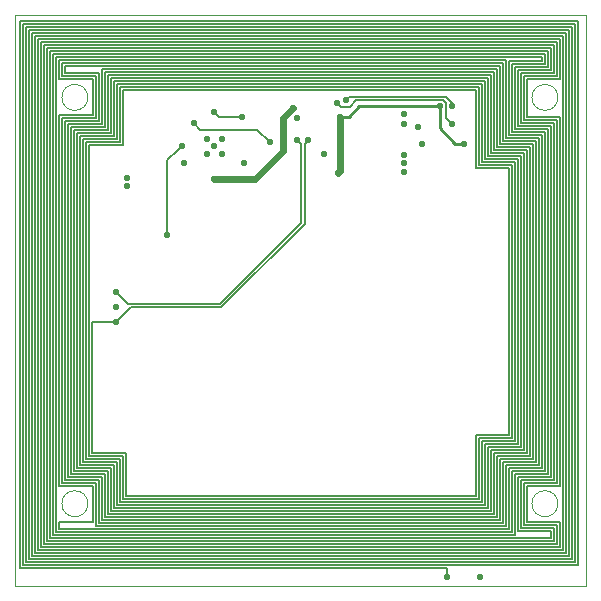
<source format=gbr>
%TF.GenerationSoftware,KiCad,Pcbnew,(5.1.4)-1*%
%TF.CreationDate,2019-10-25T20:31:38-07:00*%
%TF.ProjectId,SolarCellX_v3,536f6c61-7243-4656-9c6c-585f76332e6b,rev?*%
%TF.SameCoordinates,Original*%
%TF.FileFunction,Copper,L5,Inr*%
%TF.FilePolarity,Positive*%
%FSLAX46Y46*%
G04 Gerber Fmt 4.6, Leading zero omitted, Abs format (unit mm)*
G04 Created by KiCad (PCBNEW (5.1.4)-1) date 2019-10-25 20:31:38*
%MOMM*%
%LPD*%
G04 APERTURE LIST*
%ADD10C,0.050000*%
%ADD11C,0.584200*%
%ADD12C,0.248920*%
%ADD13C,0.609600*%
%ADD14C,0.152400*%
%ADD15C,0.127000*%
G04 APERTURE END LIST*
D10*
X96200000Y-47000000D02*
G75*
G03X96200000Y-47000000I-1100000J0D01*
G01*
X96200000Y-81400000D02*
G75*
G03X96200000Y-81400000I-1100000J0D01*
G01*
X136000000Y-81400000D02*
G75*
G03X136000000Y-81400000I-1100000J0D01*
G01*
X136000000Y-47000000D02*
G75*
G03X136000000Y-47000000I-1100000J0D01*
G01*
X90000000Y-88400000D02*
X138400000Y-88400000D01*
X90000000Y-88400000D02*
X90000000Y-40000000D01*
X138400000Y-40000000D02*
X138400000Y-88400000D01*
X90000000Y-40000000D02*
X138400000Y-40000000D01*
D11*
X106253260Y-51754256D03*
X107523260Y-51754256D03*
X106253260Y-50509656D03*
X109410500Y-52514500D03*
X107530900Y-50485040D03*
X106923840Y-51092100D03*
X104302012Y-52519693D03*
X122999500Y-53276500D03*
X122999500Y-52578000D03*
X122999500Y-51879500D03*
X122999500Y-49276000D03*
X124142510Y-49466500D03*
X124523500Y-50927000D03*
X122999500Y-48387000D03*
X125984000Y-47752000D03*
X117537610Y-48650791D03*
X117348000Y-53403500D03*
X128079500Y-50927000D03*
X127000000Y-47752000D03*
X118047740Y-47243775D03*
X127000000Y-49276000D03*
X117284500Y-47434502D03*
X106913660Y-53938656D03*
X113538000Y-47879000D03*
X105156000Y-49149000D03*
X111633000Y-50800000D03*
X113919000Y-48768000D03*
X116205000Y-51752500D03*
X106870500Y-48260000D03*
X109232672Y-48653690D03*
X104144156Y-51144656D03*
X102933500Y-58674000D03*
X99504500Y-53848000D03*
X99504500Y-54483000D03*
X126619000Y-87630000D03*
X98552000Y-64770000D03*
X98552000Y-63500000D03*
X98552000Y-66040000D03*
X129413000Y-87630000D03*
X113919000Y-50609500D03*
X114871500Y-50609500D03*
D12*
X125984000Y-47752000D02*
X125984000Y-49593500D01*
X125984000Y-49593500D02*
X127317500Y-50927000D01*
X127317500Y-50927000D02*
X128079500Y-50927000D01*
D13*
X117538500Y-48651681D02*
X117537610Y-48650791D01*
X117348000Y-53403500D02*
X117538500Y-53213000D01*
X117538500Y-53213000D02*
X117538500Y-48651681D01*
D12*
X117950701Y-48650791D02*
X117537610Y-48650791D01*
X118290709Y-48650791D02*
X117950701Y-48650791D01*
X125984000Y-47752000D02*
X119189500Y-47752000D01*
X119189500Y-47752000D02*
X118290709Y-48650791D01*
D14*
X118047740Y-47243775D02*
X118339839Y-46951676D01*
X118339839Y-46951676D02*
X126517874Y-46951676D01*
X127000000Y-47433802D02*
X127000000Y-47752000D01*
X126517874Y-46951676D02*
X127000000Y-47433802D01*
X117665498Y-47815500D02*
X117284500Y-47434502D01*
X126492000Y-48768000D02*
X126492000Y-47498000D01*
X127000000Y-49276000D02*
X126492000Y-48768000D01*
X126238000Y-47244000D02*
X118935500Y-47244000D01*
X118935500Y-47244000D02*
X118364000Y-47815500D01*
X126492000Y-47498000D02*
X126238000Y-47244000D01*
X118364000Y-47815500D02*
X117665498Y-47815500D01*
D13*
X110335844Y-53938656D02*
X106913660Y-53938656D01*
X112712500Y-51562000D02*
X110335844Y-53938656D01*
X113538000Y-47879000D02*
X112712500Y-48704500D01*
X112712500Y-48704500D02*
X112712500Y-51562000D01*
D14*
X105727500Y-49720500D02*
X105156000Y-49149000D01*
X111633000Y-50800000D02*
X110553500Y-49720500D01*
X110553500Y-49720500D02*
X105727500Y-49720500D01*
X107264190Y-48653690D02*
X106870500Y-48260000D01*
X109232672Y-48653690D02*
X107264190Y-48653690D01*
X103852057Y-51436755D02*
X103820745Y-51436755D01*
X104144156Y-51144656D02*
X103852057Y-51436755D01*
X102933500Y-52324000D02*
X102933500Y-58674000D01*
X103820745Y-51436755D02*
X102933500Y-52324000D01*
D15*
X130048000Y-82296000D02*
X129921000Y-82296000D01*
X134620000Y-78359000D02*
X134620000Y-50165000D01*
X93726000Y-82931000D02*
X93726000Y-83566000D01*
X93726000Y-48514000D02*
X93726000Y-79883000D01*
X131572000Y-43815000D02*
X93726000Y-43815000D01*
X134620000Y-50165000D02*
X131826000Y-50165000D01*
X132588000Y-49403000D02*
X132588000Y-44704000D01*
X96647000Y-45466000D02*
X96647000Y-48514000D01*
X135636000Y-42545000D02*
X92456000Y-42545000D01*
X131826000Y-50165000D02*
X131826000Y-43942000D01*
X131572000Y-78105000D02*
X134366000Y-78105000D01*
X131572000Y-83312000D02*
X131572000Y-78105000D01*
X134620000Y-43942000D02*
X134620000Y-43561000D01*
X92456000Y-84836000D02*
X135890000Y-84836000D01*
X96901000Y-79629000D02*
X96901000Y-83312000D01*
X90678000Y-86614000D02*
X137668000Y-86614000D01*
X93980000Y-79629000D02*
X96901000Y-79629000D01*
X90424000Y-86868000D02*
X126619000Y-86868000D01*
X96901000Y-45212000D02*
X96901000Y-48768000D01*
X131318000Y-44069000D02*
X93980000Y-44069000D01*
X93726000Y-45466000D02*
X96647000Y-45466000D01*
X92202000Y-85090000D02*
X136144000Y-85090000D01*
X134112000Y-50673000D02*
X131318000Y-50673000D01*
X93980000Y-48768000D02*
X93980000Y-79629000D01*
X90932000Y-86360000D02*
X137414000Y-86360000D01*
X137668000Y-40513000D02*
X90424000Y-40513000D01*
X134112000Y-77851000D02*
X134112000Y-50673000D01*
X93980000Y-45212000D02*
X96901000Y-45212000D01*
X90678000Y-40767000D02*
X90678000Y-86614000D01*
X133350000Y-48641000D02*
X133350000Y-45466000D01*
X131318000Y-77851000D02*
X134112000Y-77851000D01*
X91186000Y-86106000D02*
X137160000Y-86106000D01*
X97155000Y-83058000D02*
X131318000Y-83058000D01*
X96647000Y-79883000D02*
X96647000Y-82931000D01*
X97155000Y-79375000D02*
X97155000Y-83058000D01*
X94234000Y-79375000D02*
X97155000Y-79375000D01*
X93726000Y-43815000D02*
X93726000Y-45466000D01*
X136906000Y-85852000D02*
X136906000Y-41275000D01*
X97663000Y-82550000D02*
X130810000Y-82550000D01*
X93726000Y-79883000D02*
X96647000Y-79883000D01*
X135890000Y-84836000D02*
X135890000Y-83185000D01*
X130810000Y-51181000D02*
X130810000Y-44577000D01*
X130556000Y-77089000D02*
X133350000Y-77089000D01*
X136144000Y-79883000D02*
X136144000Y-48641000D01*
X135890000Y-42291000D02*
X92202000Y-42291000D01*
X94742000Y-49530000D02*
X94742000Y-78867000D01*
X131318000Y-50673000D02*
X131318000Y-44069000D01*
X133350000Y-45466000D02*
X136144000Y-45466000D01*
X130556000Y-44831000D02*
X97663000Y-44831000D01*
X90424000Y-40513000D02*
X90424000Y-86868000D01*
X130556000Y-82296000D02*
X130556000Y-77089000D01*
X135890000Y-45212000D02*
X135890000Y-42291000D01*
X97663000Y-44831000D02*
X97663000Y-49530000D01*
X133350000Y-79883000D02*
X136144000Y-79883000D01*
X129921000Y-82296000D02*
X130556000Y-82296000D01*
X96901000Y-48768000D02*
X93980000Y-48768000D01*
X136652000Y-41529000D02*
X91440000Y-41529000D01*
X136906000Y-41275000D02*
X91186000Y-41275000D01*
X97663000Y-78867000D02*
X97663000Y-82550000D01*
X96647000Y-82931000D02*
X93726000Y-82931000D01*
X131826000Y-78359000D02*
X134620000Y-78359000D01*
X133350000Y-51435000D02*
X130556000Y-51435000D01*
X132588000Y-83693000D02*
X132588000Y-79121000D01*
X130810000Y-77343000D02*
X133604000Y-77343000D01*
X133604000Y-77343000D02*
X133604000Y-51181000D01*
X91186000Y-41275000D02*
X91186000Y-86106000D01*
X137414000Y-40767000D02*
X90678000Y-40767000D01*
X94742000Y-78867000D02*
X97663000Y-78867000D01*
X134366000Y-78105000D02*
X134366000Y-50419000D01*
X91440000Y-85852000D02*
X136906000Y-85852000D01*
X137668000Y-86614000D02*
X137668000Y-40513000D01*
X130556000Y-51435000D02*
X130556000Y-44831000D01*
X93472000Y-43561000D02*
X93472000Y-83820000D01*
X135382000Y-49403000D02*
X132588000Y-49403000D01*
X133604000Y-51181000D02*
X130810000Y-51181000D01*
X96901000Y-83312000D02*
X131572000Y-83312000D01*
X135636000Y-79375000D02*
X135636000Y-49149000D01*
X130810000Y-44577000D02*
X97409000Y-44577000D01*
X94234000Y-49022000D02*
X94234000Y-79375000D01*
X132334000Y-84074000D02*
X132334000Y-78867000D01*
X90932000Y-41021000D02*
X90932000Y-86360000D01*
X97409000Y-44577000D02*
X97409000Y-49276000D01*
X130810000Y-82550000D02*
X130810000Y-77343000D01*
X92202000Y-42291000D02*
X92202000Y-85090000D01*
X131318000Y-83058000D02*
X131318000Y-77851000D01*
X135382000Y-42799000D02*
X92710000Y-42799000D01*
X137160000Y-86106000D02*
X137160000Y-41021000D01*
X94488000Y-49276000D02*
X94488000Y-79121000D01*
X131826000Y-83566000D02*
X131826000Y-78359000D01*
X94488000Y-79121000D02*
X97409000Y-79121000D01*
X131572000Y-50419000D02*
X131572000Y-43815000D01*
X91948000Y-42037000D02*
X91948000Y-85344000D01*
X134366000Y-50419000D02*
X131572000Y-50419000D01*
X135636000Y-84582000D02*
X135636000Y-83439000D01*
X131826000Y-43942000D02*
X134620000Y-43942000D01*
X137414000Y-86360000D02*
X137414000Y-40767000D01*
X97409000Y-79121000D02*
X97409000Y-82804000D01*
X131064000Y-77597000D02*
X133858000Y-77597000D01*
X136398000Y-85344000D02*
X136398000Y-41783000D01*
X97409000Y-82804000D02*
X131064000Y-82804000D01*
X93980000Y-44069000D02*
X93980000Y-45212000D01*
X136144000Y-85090000D02*
X136144000Y-82931000D01*
X133350000Y-77089000D02*
X133350000Y-51435000D01*
X136652000Y-85598000D02*
X136652000Y-41529000D01*
X131064000Y-44323000D02*
X94234000Y-44323000D01*
X133858000Y-77597000D02*
X133858000Y-50927000D01*
X135890000Y-83185000D02*
X133096000Y-83185000D01*
X131064000Y-50927000D02*
X131064000Y-44323000D01*
X96647000Y-48514000D02*
X93726000Y-48514000D01*
X132334000Y-44450000D02*
X135128000Y-44450000D01*
X136144000Y-82931000D02*
X133350000Y-82931000D01*
X94234000Y-44323000D02*
X94234000Y-44958000D01*
X93726000Y-83566000D02*
X131826000Y-83566000D01*
X133096000Y-79629000D02*
X135890000Y-79629000D01*
X94234000Y-44958000D02*
X97155000Y-44958000D01*
X131064000Y-82804000D02*
X131064000Y-77597000D01*
X135128000Y-43053000D02*
X92964000Y-43053000D01*
X134620000Y-43561000D02*
X93472000Y-43561000D01*
X97155000Y-44958000D02*
X97155000Y-49022000D01*
X97663000Y-49530000D02*
X94742000Y-49530000D01*
X136144000Y-42037000D02*
X91948000Y-42037000D01*
X97155000Y-49022000D02*
X94234000Y-49022000D01*
X93472000Y-83820000D02*
X132080000Y-83820000D01*
X132080000Y-83820000D02*
X132080000Y-78613000D01*
X137160000Y-41021000D02*
X90932000Y-41021000D01*
X134874000Y-78613000D02*
X134874000Y-49911000D01*
X134874000Y-49911000D02*
X132080000Y-49911000D01*
X132080000Y-49911000D02*
X132080000Y-44196000D01*
X132080000Y-44196000D02*
X134874000Y-44196000D01*
X134874000Y-44196000D02*
X134874000Y-43307000D01*
X91694000Y-85598000D02*
X136652000Y-85598000D01*
X134874000Y-43307000D02*
X93218000Y-43307000D01*
X91948000Y-85344000D02*
X136398000Y-85344000D01*
X93218000Y-43307000D02*
X93218000Y-84074000D01*
X93218000Y-84074000D02*
X132334000Y-84074000D01*
X132334000Y-78867000D02*
X135128000Y-78867000D01*
X135128000Y-78867000D02*
X135128000Y-49657000D01*
X135128000Y-49657000D02*
X132334000Y-49657000D01*
X132334000Y-49657000D02*
X132334000Y-44450000D01*
X135128000Y-44450000D02*
X135128000Y-43053000D01*
X92964000Y-43053000D02*
X92964000Y-84328000D01*
X92964000Y-84328000D02*
X135382000Y-84328000D01*
X135382000Y-84328000D02*
X135382000Y-83693000D01*
X135382000Y-83693000D02*
X132588000Y-83693000D01*
X132588000Y-79121000D02*
X135382000Y-79121000D01*
X135382000Y-79121000D02*
X135382000Y-49403000D01*
X132588000Y-44704000D02*
X135382000Y-44704000D01*
X135382000Y-44704000D02*
X135382000Y-42799000D01*
X92710000Y-42799000D02*
X92710000Y-84582000D01*
X92710000Y-84582000D02*
X135636000Y-84582000D01*
X135636000Y-83439000D02*
X132842000Y-83439000D01*
X132842000Y-83439000D02*
X132842000Y-79375000D01*
X132842000Y-79375000D02*
X135636000Y-79375000D01*
X97409000Y-49276000D02*
X94488000Y-49276000D01*
X135636000Y-49149000D02*
X132842000Y-49149000D01*
X132842000Y-49149000D02*
X132842000Y-44958000D01*
X132842000Y-44958000D02*
X135636000Y-44958000D01*
X135636000Y-44958000D02*
X135636000Y-42545000D01*
X133858000Y-50927000D02*
X131064000Y-50927000D01*
X92456000Y-42545000D02*
X92456000Y-84836000D01*
X133096000Y-83185000D02*
X133096000Y-79629000D01*
X135890000Y-79629000D02*
X135890000Y-48895000D01*
X135890000Y-48895000D02*
X133096000Y-48895000D01*
X133096000Y-48895000D02*
X133096000Y-45212000D01*
X133096000Y-45212000D02*
X135890000Y-45212000D01*
X133350000Y-82931000D02*
X133350000Y-79883000D01*
X136144000Y-48641000D02*
X133350000Y-48641000D01*
X136144000Y-45466000D02*
X136144000Y-42037000D01*
X136398000Y-41783000D02*
X91694000Y-41783000D01*
X91694000Y-41783000D02*
X91694000Y-85598000D01*
X132080000Y-78613000D02*
X134874000Y-78613000D01*
X91440000Y-41529000D02*
X91440000Y-85852000D01*
X126619000Y-86868000D02*
X126619000Y-87630000D01*
X98171000Y-78359000D02*
X95250000Y-78359000D01*
X98425000Y-50292000D02*
X98425000Y-45593000D01*
X98171000Y-82042000D02*
X98171000Y-78359000D01*
X129794000Y-45593000D02*
X129794000Y-52197000D01*
X129540000Y-45847000D02*
X129540000Y-52451000D01*
X130048000Y-45339000D02*
X130048000Y-51943000D01*
X97917000Y-82296000D02*
X97917000Y-78613000D01*
X129794000Y-52197000D02*
X132588000Y-52197000D01*
X98679000Y-81534000D02*
X98679000Y-77851000D01*
X130302000Y-82042000D02*
X98171000Y-82042000D01*
X98679000Y-50546000D02*
X98679000Y-45847000D01*
X98679000Y-45847000D02*
X129540000Y-45847000D01*
X133096000Y-51689000D02*
X133096000Y-76835000D01*
X132588000Y-76327000D02*
X129794000Y-76327000D01*
X129032000Y-46355000D02*
X129032000Y-52959000D01*
X99187000Y-51054000D02*
X99187000Y-46355000D01*
X98171000Y-50038000D02*
X98171000Y-45339000D01*
X96266000Y-77343000D02*
X96266000Y-51054000D01*
X94996000Y-78613000D02*
X94996000Y-49784000D01*
X129032000Y-75565000D02*
X129032000Y-80772000D01*
X96266000Y-51054000D02*
X99187000Y-51054000D01*
X131826000Y-52959000D02*
X131826000Y-75565000D01*
X98679000Y-77851000D02*
X95758000Y-77851000D01*
X132842000Y-51943000D02*
X132842000Y-76581000D01*
X99187000Y-77343000D02*
X96266000Y-77343000D01*
X96012000Y-77597000D02*
X96012000Y-50800000D01*
X130302000Y-76835000D02*
X130302000Y-82042000D01*
X129540000Y-76073000D02*
X129540000Y-81280000D01*
X129921000Y-82296000D02*
X97917000Y-82296000D01*
X129286000Y-81026000D02*
X99187000Y-81026000D01*
X98425000Y-78105000D02*
X95504000Y-78105000D01*
X132080000Y-52705000D02*
X132080000Y-75819000D01*
X129286000Y-52705000D02*
X132080000Y-52705000D01*
X132588000Y-52197000D02*
X132588000Y-76327000D01*
X97917000Y-49784000D02*
X97917000Y-45085000D01*
X129286000Y-46101000D02*
X129286000Y-52705000D01*
X129286000Y-75819000D02*
X129286000Y-81026000D01*
X98552000Y-66040000D02*
X96520000Y-66040000D01*
X96520000Y-77089000D02*
X96520000Y-66040000D01*
X98171000Y-45339000D02*
X130048000Y-45339000D01*
X98933000Y-46101000D02*
X129286000Y-46101000D01*
X96012000Y-50800000D02*
X98933000Y-50800000D01*
X95250000Y-50038000D02*
X98171000Y-50038000D01*
X94996000Y-49784000D02*
X97917000Y-49784000D01*
X99187000Y-81026000D02*
X99187000Y-77343000D01*
X97917000Y-78613000D02*
X94996000Y-78613000D01*
X97917000Y-45085000D02*
X130302000Y-45085000D01*
X130302000Y-45085000D02*
X130302000Y-51689000D01*
X130302000Y-51689000D02*
X133096000Y-51689000D01*
X133096000Y-76835000D02*
X130302000Y-76835000D01*
X95250000Y-78359000D02*
X95250000Y-50038000D01*
X130048000Y-51943000D02*
X132842000Y-51943000D01*
X132842000Y-76581000D02*
X130048000Y-76581000D01*
X130048000Y-76581000D02*
X130048000Y-81788000D01*
X130048000Y-81788000D02*
X98425000Y-81788000D01*
X98425000Y-81788000D02*
X98425000Y-78105000D01*
X95504000Y-78105000D02*
X95504000Y-50292000D01*
X95504000Y-50292000D02*
X98425000Y-50292000D01*
X98425000Y-45593000D02*
X129794000Y-45593000D01*
X129794000Y-76327000D02*
X129794000Y-81534000D01*
X129794000Y-81534000D02*
X98679000Y-81534000D01*
X95758000Y-77851000D02*
X95758000Y-50546000D01*
X95758000Y-50546000D02*
X98679000Y-50546000D01*
X129540000Y-52451000D02*
X132334000Y-52451000D01*
X132334000Y-52451000D02*
X132334000Y-76073000D01*
X132334000Y-76073000D02*
X129540000Y-76073000D01*
X129540000Y-81280000D02*
X98933000Y-81280000D01*
X98933000Y-81280000D02*
X98933000Y-77597000D01*
X98933000Y-77597000D02*
X96012000Y-77597000D01*
X98933000Y-50800000D02*
X98933000Y-46101000D01*
X132080000Y-75819000D02*
X129286000Y-75819000D01*
X99187000Y-46355000D02*
X129032000Y-46355000D01*
X129032000Y-52959000D02*
X131826000Y-52959000D01*
X131826000Y-75565000D02*
X129032000Y-75565000D01*
X129032000Y-80772000D02*
X99441000Y-80772000D01*
X99441000Y-80772000D02*
X99441000Y-77089000D01*
X99441000Y-77089000D02*
X96520000Y-77089000D01*
X114236500Y-50927000D02*
X113919000Y-50609500D01*
X114236500Y-57658000D02*
X114236500Y-50927000D01*
X107378500Y-64516000D02*
X114236500Y-57658000D01*
X98552000Y-63500000D02*
X99568000Y-64516000D01*
X99568000Y-64516000D02*
X107378500Y-64516000D01*
X114554000Y-50927000D02*
X114871500Y-50609500D01*
X114554000Y-57721500D02*
X114554000Y-50927000D01*
X107505500Y-64770000D02*
X114554000Y-57721500D01*
X98552000Y-66040000D02*
X99822000Y-64770000D01*
X99822000Y-64770000D02*
X107505500Y-64770000D01*
M02*

</source>
